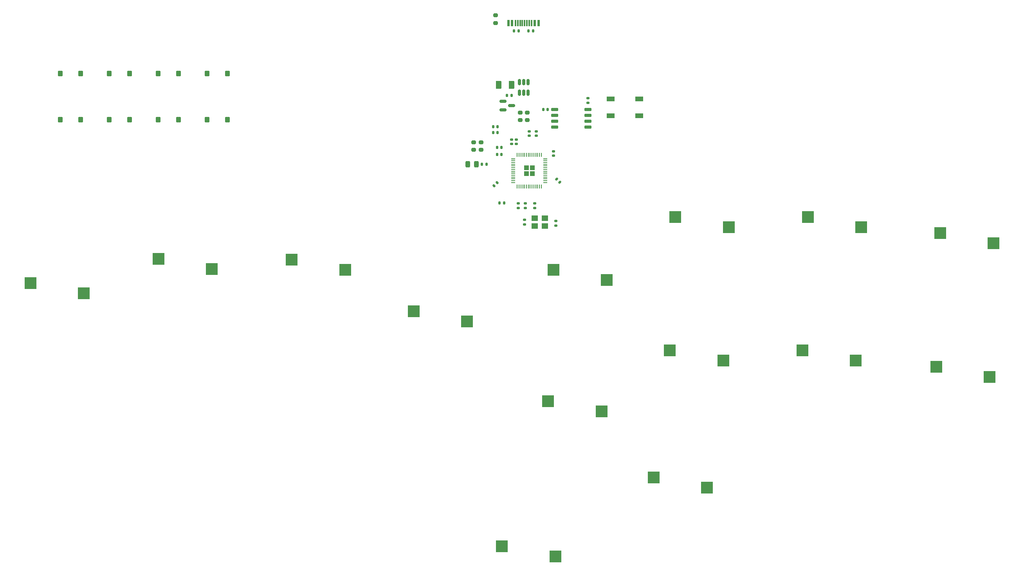
<source format=gbr>
%TF.GenerationSoftware,KiCad,Pcbnew,7.0.10*%
%TF.CreationDate,2024-01-11T05:44:04-06:00*%
%TF.ProjectId,hitbox no passthrough,68697462-6f78-4206-9e6f-207061737374,rev?*%
%TF.SameCoordinates,Original*%
%TF.FileFunction,Paste,Bot*%
%TF.FilePolarity,Positive*%
%FSLAX46Y46*%
G04 Gerber Fmt 4.6, Leading zero omitted, Abs format (unit mm)*
G04 Created by KiCad (PCBNEW 7.0.10) date 2024-01-11 05:44:04*
%MOMM*%
%LPD*%
G01*
G04 APERTURE LIST*
G04 Aperture macros list*
%AMRoundRect*
0 Rectangle with rounded corners*
0 $1 Rounding radius*
0 $2 $3 $4 $5 $6 $7 $8 $9 X,Y pos of 4 corners*
0 Add a 4 corners polygon primitive as box body*
4,1,4,$2,$3,$4,$5,$6,$7,$8,$9,$2,$3,0*
0 Add four circle primitives for the rounded corners*
1,1,$1+$1,$2,$3*
1,1,$1+$1,$4,$5*
1,1,$1+$1,$6,$7*
1,1,$1+$1,$8,$9*
0 Add four rect primitives between the rounded corners*
20,1,$1+$1,$2,$3,$4,$5,0*
20,1,$1+$1,$4,$5,$6,$7,0*
20,1,$1+$1,$6,$7,$8,$9,0*
20,1,$1+$1,$8,$9,$2,$3,0*%
G04 Aperture macros list end*
%ADD10RoundRect,0.126247X-0.354753X0.495253X-0.354753X-0.495253X0.354753X-0.495253X0.354753X0.495253X0*%
%ADD11R,2.600000X2.600000*%
%ADD12RoundRect,0.140000X-0.021213X0.219203X-0.219203X0.021213X0.021213X-0.219203X0.219203X-0.021213X0*%
%ADD13R,0.600000X1.450000*%
%ADD14R,0.300000X1.450000*%
%ADD15RoundRect,0.140000X0.170000X-0.140000X0.170000X0.140000X-0.170000X0.140000X-0.170000X-0.140000X0*%
%ADD16RoundRect,0.140000X0.140000X0.170000X-0.140000X0.170000X-0.140000X-0.170000X0.140000X-0.170000X0*%
%ADD17RoundRect,0.200000X-0.275000X0.200000X-0.275000X-0.200000X0.275000X-0.200000X0.275000X0.200000X0*%
%ADD18RoundRect,0.135000X0.135000X0.185000X-0.135000X0.185000X-0.135000X-0.185000X0.135000X-0.185000X0*%
%ADD19RoundRect,0.150000X-0.587500X-0.150000X0.587500X-0.150000X0.587500X0.150000X-0.587500X0.150000X0*%
%ADD20RoundRect,0.150000X0.150000X-0.512500X0.150000X0.512500X-0.150000X0.512500X-0.150000X-0.512500X0*%
%ADD21RoundRect,0.135000X0.185000X-0.135000X0.185000X0.135000X-0.185000X0.135000X-0.185000X-0.135000X0*%
%ADD22RoundRect,0.140000X-0.140000X-0.170000X0.140000X-0.170000X0.140000X0.170000X-0.140000X0.170000X0*%
%ADD23RoundRect,0.243750X-0.243750X-0.456250X0.243750X-0.456250X0.243750X0.456250X-0.243750X0.456250X0*%
%ADD24R,1.800000X1.100000*%
%ADD25RoundRect,0.150000X0.650000X0.150000X-0.650000X0.150000X-0.650000X-0.150000X0.650000X-0.150000X0*%
%ADD26R,1.400000X1.200000*%
%ADD27RoundRect,0.140000X-0.170000X0.140000X-0.170000X-0.140000X0.170000X-0.140000X0.170000X0.140000X0*%
%ADD28RoundRect,0.140000X-0.219203X-0.021213X-0.021213X-0.219203X0.219203X0.021213X0.021213X0.219203X0*%
%ADD29RoundRect,0.135000X-0.135000X-0.185000X0.135000X-0.185000X0.135000X0.185000X-0.135000X0.185000X0*%
%ADD30RoundRect,0.135000X-0.185000X0.135000X-0.185000X-0.135000X0.185000X-0.135000X0.185000X0.135000X0*%
%ADD31RoundRect,0.250000X0.292217X0.292217X-0.292217X0.292217X-0.292217X-0.292217X0.292217X-0.292217X0*%
%ADD32RoundRect,0.050000X0.387500X0.050000X-0.387500X0.050000X-0.387500X-0.050000X0.387500X-0.050000X0*%
%ADD33RoundRect,0.050000X0.050000X0.387500X-0.050000X0.387500X-0.050000X-0.387500X0.050000X-0.387500X0*%
%ADD34RoundRect,0.200000X0.275000X-0.200000X0.275000X0.200000X-0.275000X0.200000X-0.275000X-0.200000X0*%
%ADD35RoundRect,0.250000X-0.375000X-0.625000X0.375000X-0.625000X0.375000X0.625000X-0.375000X0.625000X0*%
G04 APERTURE END LIST*
D10*
%TO.C,SW5*%
X79939463Y-30109888D03*
X79939463Y-40066888D03*
X84377463Y-30109888D03*
X84377463Y-40066888D03*
%TD*%
D11*
%TO.C,CH2*%
X80991721Y-72422590D03*
X69441721Y-70222590D03*
%TD*%
%TO.C,CH13*%
X188125386Y-119747778D03*
X176575386Y-117547778D03*
%TD*%
D10*
%TO.C,SW3*%
X58793203Y-30109887D03*
X58793203Y-40066887D03*
X63231203Y-30109887D03*
X63231203Y-40066887D03*
%TD*%
%TO.C,SW2*%
X48220074Y-30109888D03*
X48220074Y-40066888D03*
X52658074Y-30109888D03*
X52658074Y-40066888D03*
%TD*%
D11*
%TO.C,CH14*%
X155287509Y-134610135D03*
X143737509Y-132410135D03*
%TD*%
%TO.C,CH9*%
X165284776Y-103261278D03*
X153734776Y-101061278D03*
%TD*%
%TO.C,CH5*%
X166439973Y-74800832D03*
X154889973Y-72600832D03*
%TD*%
%TO.C,CH8*%
X250071067Y-66853879D03*
X238521067Y-64653879D03*
%TD*%
%TO.C,CH6*%
X192807267Y-63326101D03*
X181257267Y-61126101D03*
%TD*%
D10*
%TO.C,SW4*%
X69366333Y-30109886D03*
X69366333Y-40066886D03*
X73804333Y-30109886D03*
X73804333Y-40066886D03*
%TD*%
D11*
%TO.C,CH4*%
X136220439Y-83775995D03*
X124670439Y-81575995D03*
%TD*%
%TO.C,CH11*%
X220255520Y-92220000D03*
X208705520Y-90020000D03*
%TD*%
%TO.C,CH7*%
X221439167Y-63326101D03*
X209889167Y-61126101D03*
%TD*%
%TO.C,CH1*%
X53302250Y-77667684D03*
X41752250Y-75467684D03*
%TD*%
%TO.C,CH12*%
X249254422Y-95747778D03*
X237704422Y-93547778D03*
%TD*%
%TO.C,CH3*%
X109819006Y-72567684D03*
X98269006Y-70367684D03*
%TD*%
%TO.C,CH10*%
X191635000Y-92220000D03*
X180085000Y-90020000D03*
%TD*%
D12*
%TO.C,C11*%
X142688673Y-53682541D03*
X142009851Y-54361363D03*
%TD*%
D13*
%TO.C,J3*%
X145161668Y-19145000D03*
X145961668Y-19145000D03*
D14*
X147161668Y-19145000D03*
X148161668Y-19145000D03*
X148661668Y-19145000D03*
X149661668Y-19145000D03*
D13*
X150861668Y-19145000D03*
X151661668Y-19145000D03*
X151661668Y-19145000D03*
X150861668Y-19145000D03*
D14*
X150161668Y-19145000D03*
X149161668Y-19145000D03*
X147661668Y-19145000D03*
X146661668Y-19145000D03*
D13*
X145961668Y-19145000D03*
X145161668Y-19145000D03*
%TD*%
D15*
%TO.C,C10*%
X149655262Y-43548309D03*
X149655262Y-42588309D03*
%TD*%
D16*
%TO.C,C3*%
X153615262Y-37846059D03*
X152655262Y-37846059D03*
%TD*%
D17*
%TO.C,R5*%
X139205262Y-44986059D03*
X139205262Y-46636059D03*
%TD*%
D18*
%TO.C,R2*%
X150481668Y-20843586D03*
X149461668Y-20843586D03*
%TD*%
D19*
%TO.C,U1*%
X143945262Y-37976059D03*
X143945262Y-36076059D03*
X145820262Y-37026059D03*
%TD*%
D16*
%TO.C,C17*%
X143658262Y-47640309D03*
X142698262Y-47640309D03*
%TD*%
D18*
%TO.C,R3*%
X147361668Y-20843586D03*
X146341668Y-20843586D03*
%TD*%
D20*
%TO.C,U2*%
X149409631Y-34207500D03*
X148459631Y-34207500D03*
X147509631Y-34207500D03*
X147509631Y-31932500D03*
X148459631Y-31932500D03*
X149409631Y-31932500D03*
%TD*%
D21*
%TO.C,R11*%
X150798262Y-59199309D03*
X150798262Y-58179309D03*
%TD*%
D22*
%TO.C,C9*%
X141835262Y-41631059D03*
X142795262Y-41631059D03*
%TD*%
D17*
%TO.C,R9*%
X147695262Y-38521059D03*
X147695262Y-40171059D03*
%TD*%
D16*
%TO.C,C16*%
X143658262Y-46116309D03*
X142698262Y-46116309D03*
%TD*%
D17*
%TO.C,R8*%
X149225262Y-38521059D03*
X149225262Y-40171059D03*
%TD*%
D15*
%TO.C,C13*%
X154890512Y-47882077D03*
X154890512Y-46922077D03*
%TD*%
D23*
%TO.C,D3*%
X136340262Y-49706059D03*
X138215262Y-49706059D03*
%TD*%
D15*
%TO.C,C8*%
X148667512Y-62741077D03*
X148667512Y-61781077D03*
%TD*%
D24*
%TO.C,SW1*%
X167239887Y-39253934D03*
X173439887Y-39253934D03*
X167239887Y-35553934D03*
X173439887Y-35553934D03*
%TD*%
D16*
%TO.C,C1*%
X142795262Y-42831059D03*
X141835262Y-42831059D03*
%TD*%
D15*
%TO.C,C4*%
X146889512Y-45342077D03*
X146889512Y-44382077D03*
%TD*%
D18*
%TO.C,R4*%
X140415262Y-49716059D03*
X139395262Y-49716059D03*
%TD*%
D25*
%TO.C,U4*%
X162385262Y-37851059D03*
X162385262Y-39121059D03*
X162385262Y-40391059D03*
X162385262Y-41661059D03*
X155185262Y-41661059D03*
X155185262Y-40391059D03*
X155185262Y-39121059D03*
X155185262Y-37851059D03*
%TD*%
D26*
%TO.C,Y1*%
X150841262Y-61395309D03*
X153041262Y-61395309D03*
X153041262Y-63095309D03*
X150841262Y-63095309D03*
%TD*%
D27*
%TO.C,C7*%
X155370262Y-62035077D03*
X155370262Y-62995077D03*
%TD*%
D28*
%TO.C,C15*%
X155567101Y-52904666D03*
X156245923Y-53583488D03*
%TD*%
D27*
%TO.C,C14*%
X148766262Y-58209309D03*
X148766262Y-59169309D03*
%TD*%
D29*
%TO.C,R7*%
X143225262Y-58136059D03*
X144245262Y-58136059D03*
%TD*%
D30*
%TO.C,R10*%
X162385262Y-35416059D03*
X162385262Y-36436059D03*
%TD*%
D31*
%TO.C,U3*%
X150292762Y-51738559D03*
X150292762Y-50463559D03*
X149017762Y-51738559D03*
X149017762Y-50463559D03*
D32*
X153092762Y-48501059D03*
X153092762Y-48901059D03*
X153092762Y-49301059D03*
X153092762Y-49701059D03*
X153092762Y-50101059D03*
X153092762Y-50501059D03*
X153092762Y-50901059D03*
X153092762Y-51301059D03*
X153092762Y-51701059D03*
X153092762Y-52101059D03*
X153092762Y-52501059D03*
X153092762Y-52901059D03*
X153092762Y-53301059D03*
X153092762Y-53701059D03*
D33*
X152255262Y-54538559D03*
X151855262Y-54538559D03*
X151455262Y-54538559D03*
X151055262Y-54538559D03*
X150655262Y-54538559D03*
X150255262Y-54538559D03*
X149855262Y-54538559D03*
X149455262Y-54538559D03*
X149055262Y-54538559D03*
X148655262Y-54538559D03*
X148255262Y-54538559D03*
X147855262Y-54538559D03*
X147455262Y-54538559D03*
X147055262Y-54538559D03*
D32*
X146217762Y-53701059D03*
X146217762Y-53301059D03*
X146217762Y-52901059D03*
X146217762Y-52501059D03*
X146217762Y-52101059D03*
X146217762Y-51701059D03*
X146217762Y-51301059D03*
X146217762Y-50901059D03*
X146217762Y-50501059D03*
X146217762Y-50101059D03*
X146217762Y-49701059D03*
X146217762Y-49301059D03*
X146217762Y-48901059D03*
X146217762Y-48501059D03*
D33*
X147055262Y-47663559D03*
X147455262Y-47663559D03*
X147855262Y-47663559D03*
X148255262Y-47663559D03*
X148655262Y-47663559D03*
X149055262Y-47663559D03*
X149455262Y-47663559D03*
X149855262Y-47663559D03*
X150255262Y-47663559D03*
X150655262Y-47663559D03*
X151055262Y-47663559D03*
X151455262Y-47663559D03*
X151855262Y-47663559D03*
X152255262Y-47663559D03*
%TD*%
D34*
%TO.C,R1*%
X142332037Y-19158586D03*
X142332037Y-17508586D03*
%TD*%
%TO.C,R6*%
X137665262Y-46636059D03*
X137665262Y-44986059D03*
%TD*%
D15*
%TO.C,C12*%
X145873512Y-45342077D03*
X145873512Y-44382077D03*
%TD*%
D27*
%TO.C,C6*%
X147242262Y-58209309D03*
X147242262Y-59169309D03*
%TD*%
D35*
%TO.C,F1*%
X143030000Y-32570000D03*
X145830000Y-32570000D03*
%TD*%
D15*
%TO.C,C5*%
X151179262Y-43548309D03*
X151179262Y-42588309D03*
%TD*%
D22*
%TO.C,C2*%
X144855262Y-34786059D03*
X145815262Y-34786059D03*
%TD*%
M02*

</source>
